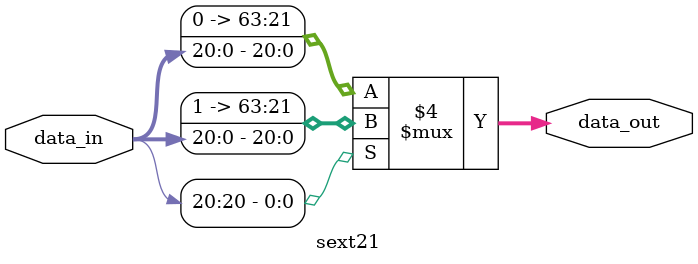
<source format=sv>
`ifndef __SEXT21_SV
`define __SEXT21_SV
`ifdef VERILATOR

`else

`endif


module sext21#(parameter N=21)(
   input [N-1:0] data_in,
   output logic [63:0] data_out

 );
 always_comb begin
   if(data_in[N-1]==1)data_out={{(64-N){1'b1}},data_in};
   else data_out={{(64-N){1'b0}},data_in};
 end
endmodule

`endif
</source>
